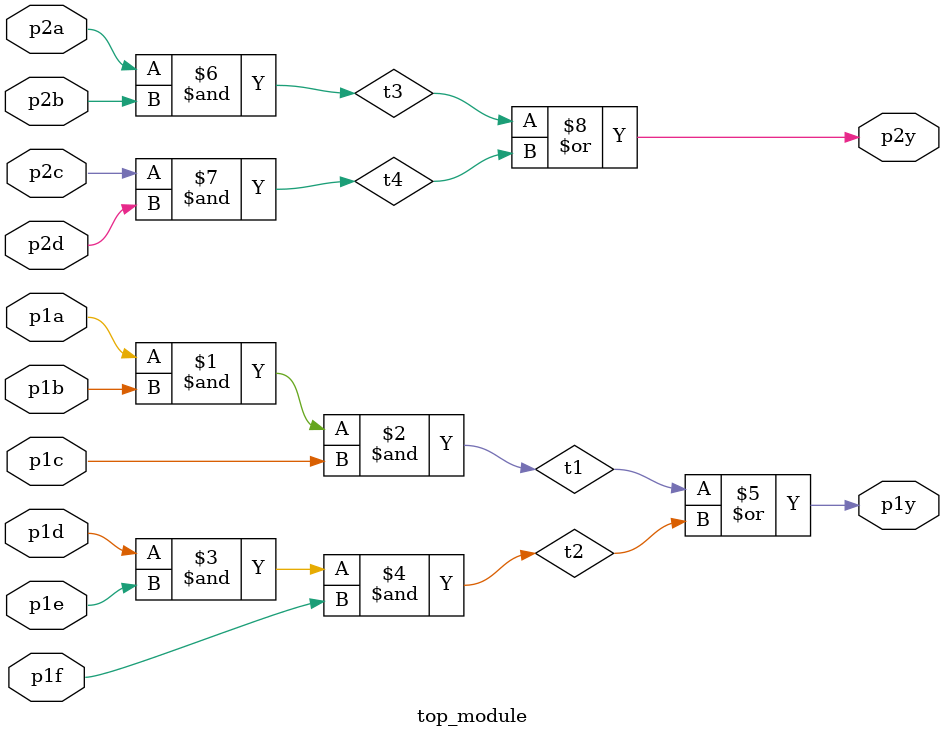
<source format=v>
module top_module ( 
    input p1a, p1b, p1c, p1d, p1e, p1f,
    output p1y,
    input p2a, p2b, p2c, p2d,
    output p2y );

    wire t1, t2;
    and (t1, p1a, p1b, p1c);
    and (t2, p1d, p1e, p1f);
    or (p1y, t1, t2);

    wire t3, t4;
    and (t3, p2a, p2b);
    and (t4, p2c, p2d);
    or (p2y, t3, t4);

endmodule

</source>
